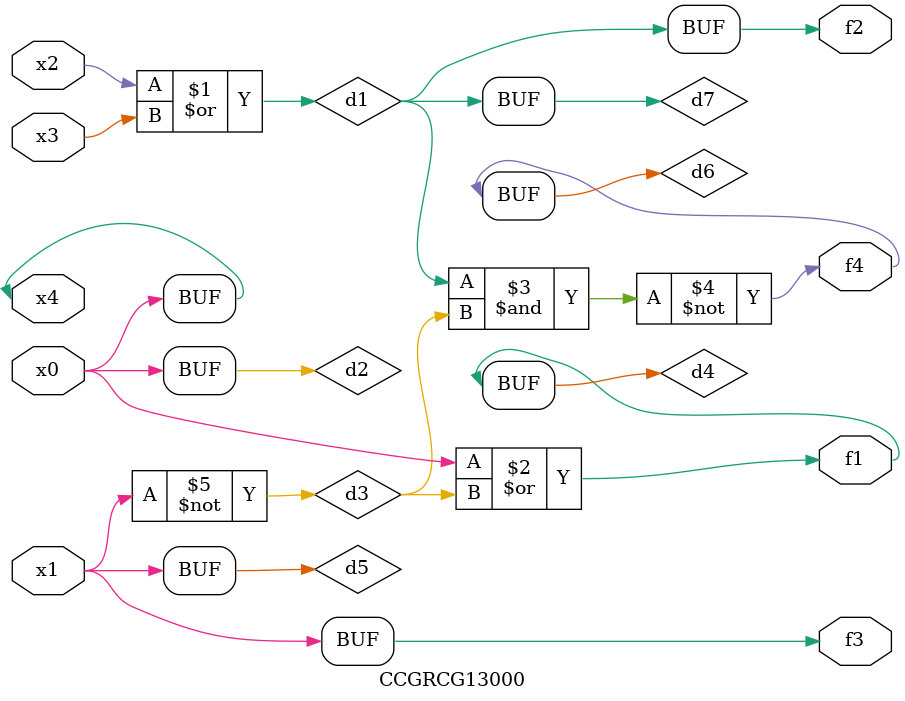
<source format=v>
module CCGRCG13000(
	input x0, x1, x2, x3, x4,
	output f1, f2, f3, f4
);

	wire d1, d2, d3, d4, d5, d6, d7;

	or (d1, x2, x3);
	buf (d2, x0, x4);
	not (d3, x1);
	or (d4, d2, d3);
	not (d5, d3);
	nand (d6, d1, d3);
	or (d7, d1);
	assign f1 = d4;
	assign f2 = d7;
	assign f3 = d5;
	assign f4 = d6;
endmodule

</source>
